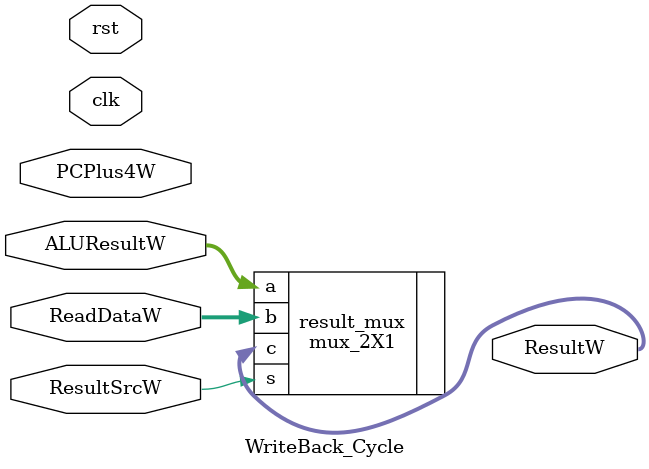
<source format=v>
module WriteBack_Cycle(
    input clk, rst,
    input ResultSrcW,                   
    input [31:0] ReadDataW, ALUResultW, PCPlus4W, 
    
    output [31:0 ]ResultW 
);

mux_2X1 result_mux(.a(ALUResultW),.b(ReadDataW),.s(ResultSrcW),.c(ResultW));

endmodule

</source>
